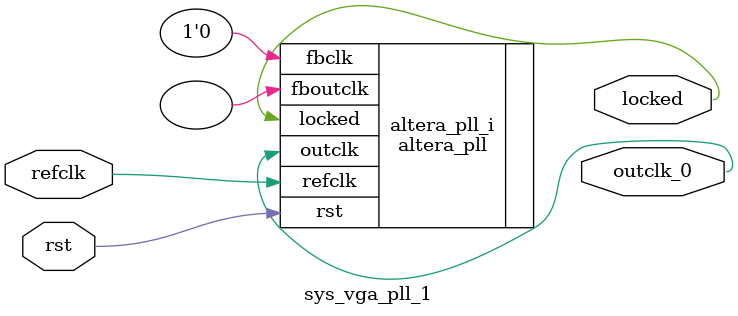
<source format=v>
`timescale 1ns/10ps
module  sys_vga_pll_1(

	// interface 'refclk'
	input wire refclk,

	// interface 'reset'
	input wire rst,

	// interface 'outclk0'
	output wire outclk_0,

	// interface 'locked'
	output wire locked
);

	altera_pll #(
		.fractional_vco_multiplier("false"),
		.reference_clock_frequency("50.0 MHz"),
		.operation_mode("direct"),
		.number_of_clocks(1),
		.output_clock_frequency0("65.000000 MHz"),
		.phase_shift0("0 ps"),
		.duty_cycle0(50),
		.output_clock_frequency1("0 MHz"),
		.phase_shift1("0 ps"),
		.duty_cycle1(50),
		.output_clock_frequency2("0 MHz"),
		.phase_shift2("0 ps"),
		.duty_cycle2(50),
		.output_clock_frequency3("0 MHz"),
		.phase_shift3("0 ps"),
		.duty_cycle3(50),
		.output_clock_frequency4("0 MHz"),
		.phase_shift4("0 ps"),
		.duty_cycle4(50),
		.output_clock_frequency5("0 MHz"),
		.phase_shift5("0 ps"),
		.duty_cycle5(50),
		.output_clock_frequency6("0 MHz"),
		.phase_shift6("0 ps"),
		.duty_cycle6(50),
		.output_clock_frequency7("0 MHz"),
		.phase_shift7("0 ps"),
		.duty_cycle7(50),
		.output_clock_frequency8("0 MHz"),
		.phase_shift8("0 ps"),
		.duty_cycle8(50),
		.output_clock_frequency9("0 MHz"),
		.phase_shift9("0 ps"),
		.duty_cycle9(50),
		.output_clock_frequency10("0 MHz"),
		.phase_shift10("0 ps"),
		.duty_cycle10(50),
		.output_clock_frequency11("0 MHz"),
		.phase_shift11("0 ps"),
		.duty_cycle11(50),
		.output_clock_frequency12("0 MHz"),
		.phase_shift12("0 ps"),
		.duty_cycle12(50),
		.output_clock_frequency13("0 MHz"),
		.phase_shift13("0 ps"),
		.duty_cycle13(50),
		.output_clock_frequency14("0 MHz"),
		.phase_shift14("0 ps"),
		.duty_cycle14(50),
		.output_clock_frequency15("0 MHz"),
		.phase_shift15("0 ps"),
		.duty_cycle15(50),
		.output_clock_frequency16("0 MHz"),
		.phase_shift16("0 ps"),
		.duty_cycle16(50),
		.output_clock_frequency17("0 MHz"),
		.phase_shift17("0 ps"),
		.duty_cycle17(50),
		.pll_type("General"),
		.pll_subtype("General")
	) altera_pll_i (
		.rst	(rst),
		.outclk	({outclk_0}),
		.locked	(locked),
		.fboutclk	( ),
		.fbclk	(1'b0),
		.refclk	(refclk)
	);
endmodule


</source>
